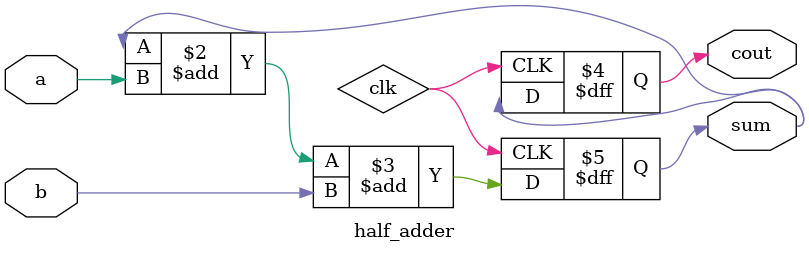
<source format=v>
module half_adder( 
input a, b,
output cout, sum );

always @(posedge clk)
begin
  sum <= sum + a + b;
  cout <= sum;
end
endmodule

</source>
